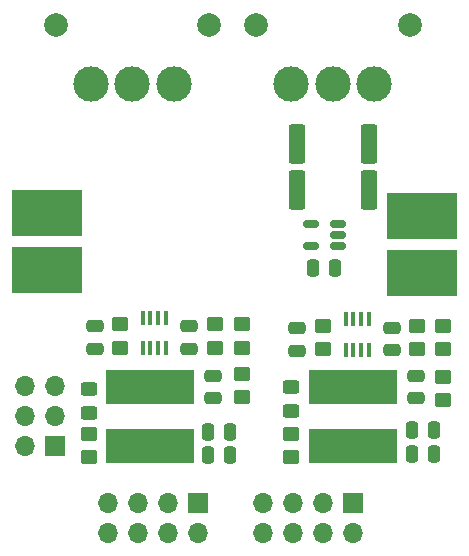
<source format=gts>
G04 #@! TF.GenerationSoftware,KiCad,Pcbnew,7.0.1*
G04 #@! TF.CreationDate,2023-08-31T02:32:27+03:00*
G04 #@! TF.ProjectId,miranda-pdb,6d697261-6e64-4612-9d70-64622e6b6963,rev?*
G04 #@! TF.SameCoordinates,Original*
G04 #@! TF.FileFunction,Soldermask,Top*
G04 #@! TF.FilePolarity,Negative*
%FSLAX46Y46*%
G04 Gerber Fmt 4.6, Leading zero omitted, Abs format (unit mm)*
G04 Created by KiCad (PCBNEW 7.0.1) date 2023-08-31 02:32:27*
%MOMM*%
%LPD*%
G01*
G04 APERTURE LIST*
G04 Aperture macros list*
%AMRoundRect*
0 Rectangle with rounded corners*
0 $1 Rounding radius*
0 $2 $3 $4 $5 $6 $7 $8 $9 X,Y pos of 4 corners*
0 Add a 4 corners polygon primitive as box body*
4,1,4,$2,$3,$4,$5,$6,$7,$8,$9,$2,$3,0*
0 Add four circle primitives for the rounded corners*
1,1,$1+$1,$2,$3*
1,1,$1+$1,$4,$5*
1,1,$1+$1,$6,$7*
1,1,$1+$1,$8,$9*
0 Add four rect primitives between the rounded corners*
20,1,$1+$1,$2,$3,$4,$5,0*
20,1,$1+$1,$4,$5,$6,$7,0*
20,1,$1+$1,$6,$7,$8,$9,0*
20,1,$1+$1,$8,$9,$2,$3,0*%
G04 Aperture macros list end*
%ADD10R,6.000000X4.000000*%
%ADD11R,1.700000X1.700000*%
%ADD12O,1.700000X1.700000*%
%ADD13C,2.000000*%
%ADD14C,3.000000*%
%ADD15RoundRect,0.250000X0.250000X0.475000X-0.250000X0.475000X-0.250000X-0.475000X0.250000X-0.475000X0*%
%ADD16RoundRect,0.250000X-0.475000X0.250000X-0.475000X-0.250000X0.475000X-0.250000X0.475000X0.250000X0*%
%ADD17RoundRect,0.250000X0.475000X-0.250000X0.475000X0.250000X-0.475000X0.250000X-0.475000X-0.250000X0*%
%ADD18R,0.450000X1.150000*%
%ADD19RoundRect,0.250000X-0.450000X0.325000X-0.450000X-0.325000X0.450000X-0.325000X0.450000X0.325000X0*%
%ADD20RoundRect,0.250000X0.450000X-0.350000X0.450000X0.350000X-0.450000X0.350000X-0.450000X-0.350000X0*%
%ADD21RoundRect,0.249999X0.450001X1.425001X-0.450001X1.425001X-0.450001X-1.425001X0.450001X-1.425001X0*%
%ADD22RoundRect,0.250000X-0.450000X0.350000X-0.450000X-0.350000X0.450000X-0.350000X0.450000X0.350000X0*%
%ADD23R,7.500000X3.000000*%
%ADD24RoundRect,0.150000X0.512500X0.150000X-0.512500X0.150000X-0.512500X-0.150000X0.512500X-0.150000X0*%
G04 APERTURE END LIST*
D10*
X83058000Y-109791200D03*
X83058000Y-104991200D03*
X114858800Y-105296000D03*
X114858800Y-110096000D03*
D11*
X83780400Y-124699000D03*
D12*
X81240400Y-124699000D03*
X83780400Y-122159000D03*
X81240400Y-122159000D03*
X83780400Y-119619000D03*
X81240400Y-119619000D03*
D11*
X109006800Y-129528800D03*
D12*
X109006800Y-132068800D03*
X106466800Y-129528800D03*
X106466800Y-132068800D03*
X103926800Y-129528800D03*
X103926800Y-132068800D03*
X101386800Y-129528800D03*
X101386800Y-132068800D03*
D11*
X95900400Y-129528800D03*
D12*
X95900400Y-132068800D03*
X93360400Y-129528800D03*
X93360400Y-132068800D03*
X90820400Y-129528800D03*
X90820400Y-132068800D03*
X88280400Y-129528800D03*
X88280400Y-132068800D03*
D13*
X100789600Y-89086000D03*
X113789600Y-89086000D03*
D14*
X103789600Y-94086000D03*
X107289600Y-94086000D03*
X110789600Y-94086000D03*
D13*
X83827600Y-89081600D03*
X96827600Y-89081600D03*
D14*
X86827600Y-94081600D03*
X90327600Y-94081600D03*
X93827600Y-94081600D03*
D15*
X115884999Y-123407801D03*
X113984999Y-123407801D03*
X113984999Y-125425200D03*
X115884999Y-125425200D03*
D16*
X104267000Y-114776801D03*
X104267000Y-116676801D03*
X87147400Y-114583801D03*
X87147400Y-116483801D03*
D15*
X98613000Y-123534800D03*
X96713000Y-123534800D03*
X98613000Y-125526800D03*
X96713000Y-125526800D03*
X107477600Y-109677200D03*
X105577600Y-109677200D03*
D17*
X114300000Y-120674801D03*
X114300000Y-118774801D03*
X112268000Y-116610801D03*
X112268000Y-114710801D03*
X95123000Y-116483801D03*
X95123000Y-114583801D03*
X97154999Y-120674801D03*
X97154999Y-118774801D03*
D18*
X108372000Y-116579800D03*
X109022000Y-116579800D03*
X109672000Y-116579800D03*
X110322000Y-116579800D03*
X110322000Y-113979800D03*
X109672000Y-113979800D03*
X109022000Y-113979800D03*
X108372000Y-113979800D03*
X91201600Y-116452800D03*
X91851600Y-116452800D03*
X92501600Y-116452800D03*
X93151600Y-116452800D03*
X93151600Y-113852800D03*
X92501600Y-113852800D03*
X91851600Y-113852800D03*
X91201600Y-113852800D03*
D19*
X103759000Y-121765801D03*
X103759000Y-119715801D03*
D20*
X116586000Y-120851800D03*
X116586000Y-118851800D03*
X86614000Y-125677800D03*
X86614000Y-123677800D03*
X99567999Y-118597801D03*
X99567999Y-120597801D03*
D21*
X110390400Y-103073200D03*
X104290400Y-103073200D03*
D22*
X114427000Y-114533801D03*
X114427000Y-116533801D03*
D21*
X110390400Y-99161600D03*
X104290400Y-99161600D03*
D20*
X103758999Y-123677801D03*
X103758999Y-125677801D03*
X116586000Y-116533800D03*
X116586000Y-114533800D03*
D19*
X86614000Y-121929000D03*
X86614000Y-119879000D03*
D23*
X91821000Y-119764801D03*
X91821000Y-124764801D03*
D24*
X107715900Y-107833200D03*
X107715900Y-106883200D03*
X107715900Y-105933200D03*
X105440900Y-105933200D03*
X105440900Y-107833200D03*
D22*
X97282000Y-114406801D03*
X97282000Y-116406801D03*
X89280999Y-114406801D03*
X89280999Y-116406801D03*
X106425998Y-114549801D03*
X106425998Y-116549801D03*
D20*
X99568000Y-114406801D03*
X99568000Y-116406801D03*
D23*
X108966000Y-119764800D03*
X108966000Y-124764800D03*
M02*

</source>
